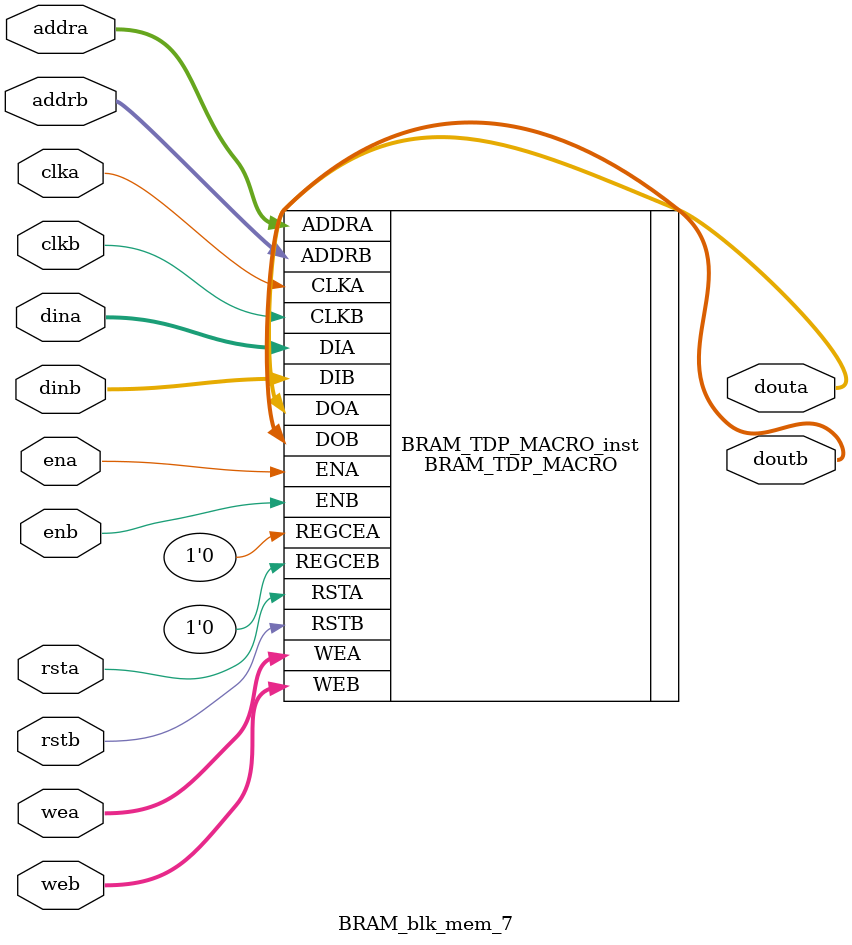
<source format=v>
`timescale 1ns/1ps

module BRAM_blk_mem_7 (
  clka,
  ena,
  wea,
  addra,
  dina,
  douta,
  rsta,
  clkb,
  enb,
  web,
  addrb,
  dinb,
  doutb,
  rstb
);


input wire clka;
input wire clkb;

input wire ena;
input wire enb;

input wire rsta;
input wire rstb;

input wire [1 : 0] wea;
input wire [1 : 0] web;

input wire [9 : 0] addra;
input wire [9 : 0] addrb;

input wire [15 : 0] dina;
input wire [15 : 0] dinb;

output wire [15 : 0] douta;
output wire [15 : 0] doutb;


// BRAM_TDP_MACRO : In order to incorporate this function into the design,
//   Verilog   : the following instance declaration needs to be placed
//  instance   : in the body of the design code.  The instance name
// declaration : (BRAM_TDP_MACRO_inst) and/or the port declarations within the
//    code     : parenthesis may be changed to properly reference and
//             : connect this function to the design.  All inputs
//             : and outputs must be connected.

//  <-----Cut code below this line---->

   // BRAM_TDP_MACRO: True Dual Port RAM
   //                 Virtex-7
   // Xilinx HDL Language Template, version 2016.4
   
   //////////////////////////////////////////////////////////////////////////
   // DATA_WIDTH_A/B | BRAM_SIZE | RAM Depth | ADDRA/B Width | WEA/B Width //
   // ===============|===========|===========|===============|=============//
   //     19-36      |  "36Kb"   |    1024   |    10-bit     |    4-bit    //
   //     10-18      |  "36Kb"   |    2048   |    11-bit     |    2-bit    //
   //     10-18      |  "18Kb"   |    1024   |    10-bit     |    2-bit    //
   //      5-9       |  "36Kb"   |    4096   |    12-bit     |    1-bit    //
   //      5-9       |  "18Kb"   |    2048   |    11-bit     |    1-bit    //
   //      3-4       |  "36Kb"   |    8192   |    13-bit     |    1-bit    //
   //      3-4       |  "18Kb"   |    4096   |    12-bit     |    1-bit    //
   //        2       |  "36Kb"   |   16384   |    14-bit     |    1-bit    //
   //        2       |  "18Kb"   |    8192   |    13-bit     |    1-bit    //
   //        1       |  "36Kb"   |   32768   |    15-bit     |    1-bit    //
   //        1       |  "18Kb"   |   16384   |    14-bit     |    1-bit    //
   //////////////////////////////////////////////////////////////////////////

   BRAM_TDP_MACRO #(
      .BRAM_SIZE("18Kb"), // Target BRAM: "18Kb" or "36Kb" 
      .DEVICE("7SERIES"), // Target device: "7SERIES" 
      .DOA_REG(0),        // Optional port A output register (0 or 1)
      .DOB_REG(0),        // Optional port B output register (0 or 1)
      .INIT_A(36'h00000000),  // Initial values on port A output port
      .INIT_B(36'h00000000), // Initial values on port B output port
      .INIT_FILE ("weight_7.mem"),
      .READ_WIDTH_A (16),   // Valid values are 1-36 (19-36 only valid when BRAM_SIZE="36Kb")
      .READ_WIDTH_B (16),   // Valid values are 1-36 (19-36 only valid when BRAM_SIZE="36Kb")
      .SIM_COLLISION_CHECK ("ALL"), // Collision check enable "ALL", "WARNING_ONLY", 
                                    //   "GENERATE_X_ONLY" or "NONE" 
      .SRVAL_A(36'h00000000), // Set/Reset value for port A output
      .SRVAL_B(36'h00000000), // Set/Reset value for port B output
      .WRITE_MODE_A("WRITE_FIRST"), // "WRITE_FIRST", "READ_FIRST", or "NO_CHANGE" 
      .WRITE_MODE_B("WRITE_FIRST"), // "WRITE_FIRST", "READ_FIRST", or "NO_CHANGE" 
      .WRITE_WIDTH_A(16), // Valid values are 1-36 (19-36 only valid when BRAM_SIZE="36Kb")
      .WRITE_WIDTH_B(16), // Valid values are 1-36 (19-36 only valid when BRAM_SIZE="36Kb")
      .INIT_00(256'h0000000000000000000000000000000000000000000000000000000000000000),
      .INIT_01(256'h0000000000000000000000000000000000000000000000000000000000000000),
      .INIT_02(256'h0000000000000000000000000000000000000000000000000000000000000000),
      .INIT_03(256'h0000000000000000000000000000000000000000000000000000000000000000),
      .INIT_04(256'h0000000000000000000000000000000000000000000000000000000000000000),
      .INIT_05(256'h0000000000000000000000000000000000000000000000000000000000000000),
      .INIT_06(256'h0000000000000000000000000000000000000000000000000000000000000000),
      .INIT_07(256'h0000000000000000000000000000000000000000000000000000000000000000),
      .INIT_08(256'h0000000000000000000000000000000000000000000000000000000000000000),
      .INIT_09(256'h0000000000000000000000000000000000000000000000000000000000000000),
      .INIT_0A(256'h0000000000000000000000000000000000000000000000000000000000000000),
      .INIT_0B(256'h0000000000000000000000000000000000000000000000000000000000000000),
      .INIT_0C(256'h0000000000000000000000000000000000000000000000000000000000000000),
      .INIT_0D(256'h0000000000000000000000000000000000000000000000000000000000000000),
      .INIT_0E(256'h0000000000000000000000000000000000000000000000000000000000000000),
      .INIT_0F(256'h0000000000000000000000000000000000000000000000000000000000000000),
      .INIT_10(256'h0000000000000000000000000000000000000000000000000000000000000000),
      .INIT_11(256'h0000000000000000000000000000000000000000000000000000000000000000),
      .INIT_12(256'h0000000000000000000000000000000000000000000000000000000000000000),
      .INIT_13(256'h0000000000000000000000000000000000000000000000000000000000000000),
      .INIT_14(256'h0000000000000000000000000000000000000000000000000000000000000000),
      .INIT_15(256'h0000000000000000000000000000000000000000000000000000000000000000),
      .INIT_16(256'h0000000000000000000000000000000000000000000000000000000000000000),
      .INIT_17(256'h0000000000000000000000000000000000000000000000000000000000000000),
      .INIT_18(256'h0000000000000000000000000000000000000000000000000000000000000000),
      .INIT_19(256'h0000000000000000000000000000000000000000000000000000000000000000),
      .INIT_1A(256'h0000000000000000000000000000000000000000000000000000000000000000),
      .INIT_1B(256'h0000000000000000000000000000000000000000000000000000000000000000),
      .INIT_1C(256'h0000000000000000000000000000000000000000000000000000000000000000),
      .INIT_1D(256'h0000000000000000000000000000000000000000000000000000000000000000),
      .INIT_1E(256'h0000000000000000000000000000000000000000000000000000000000000000),
      .INIT_1F(256'h0000000000000000000000000000000000000000000000000000000000000000),
      .INIT_20(256'h0000000000000000000000000000000000000000000000000000000000000000),
      .INIT_21(256'h0000000000000000000000000000000000000000000000000000000000000000),
      .INIT_22(256'h0000000000000000000000000000000000000000000000000000000000000000),
      .INIT_23(256'h0000000000000000000000000000000000000000000000000000000000000000),
      .INIT_24(256'h0000000000000000000000000000000000000000000000000000000000000000),
      .INIT_25(256'h0000000000000000000000000000000000000000000000000000000000000000),
      .INIT_26(256'h0000000000000000000000000000000000000000000000000000000000000000),
      .INIT_27(256'h0000000000000000000000000000000000000000000000000000000000000000),
      .INIT_28(256'h0000000000000000000000000000000000000000000000000000000000000000),
      .INIT_29(256'h0000000000000000000000000000000000000000000000000000000000000000),
      .INIT_2A(256'h0000000000000000000000000000000000000000000000000000000000000000),
      .INIT_2B(256'h0000000000000000000000000000000000000000000000000000000000000000),
      .INIT_2C(256'h0000000000000000000000000000000000000000000000000000000000000000),
      .INIT_2D(256'h0000000000000000000000000000000000000000000000000000000000000000),
      .INIT_2E(256'h0000000000000000000000000000000000000000000000000000000000000000),
      .INIT_2F(256'h0000000000000000000000000000000000000000000000000000000000000000),
      .INIT_30(256'h0000000000000000000000000000000000000000000000000000000000000000),
      .INIT_31(256'h0000000000000000000000000000000000000000000000000000000000000000),
      .INIT_32(256'h0000000000000000000000000000000000000000000000000000000000000000),
      .INIT_33(256'h0000000000000000000000000000000000000000000000000000000000000000),
      .INIT_34(256'h0000000000000000000000000000000000000000000000000000000000000000),
      .INIT_35(256'h0000000000000000000000000000000000000000000000000000000000000000),
      .INIT_36(256'h0000000000000000000000000000000000000000000000000000000000000000),
      .INIT_37(256'h0000000000000000000000000000000000000000000000000000000000000000),
      .INIT_38(256'h0000000000000000000000000000000000000000000000000000000000000000),
      .INIT_39(256'h0000000000000000000000000000000000000000000000000000000000000000),
      .INIT_3A(256'h0000000000000000000000000000000000000000000000000000000000000000),
      .INIT_3B(256'h0000000000000000000000000000000000000000000000000000000000000000),
      .INIT_3C(256'h0000000000000000000000000000000000000000000000000000000000000000),
      .INIT_3D(256'h0000000000000000000000000000000000000000000000000000000000000000),
      .INIT_3E(256'h0000000000000000000000000000000000000000000000000000000000000000),
      .INIT_3F(256'h0000000000000000000000000000000000000000000000000000000000000000),
      
      // The next set of INIT_xx are valid when configured as 36Kb
      .INIT_40(256'h0000000000000000000000000000000000000000000000000000000000000000),
      .INIT_41(256'h0000000000000000000000000000000000000000000000000000000000000000),
      .INIT_42(256'h0000000000000000000000000000000000000000000000000000000000000000),
      .INIT_43(256'h0000000000000000000000000000000000000000000000000000000000000000),
      .INIT_44(256'h0000000000000000000000000000000000000000000000000000000000000000),
      .INIT_45(256'h0000000000000000000000000000000000000000000000000000000000000000),
      .INIT_46(256'h0000000000000000000000000000000000000000000000000000000000000000),
      .INIT_47(256'h0000000000000000000000000000000000000000000000000000000000000000),
      .INIT_48(256'h0000000000000000000000000000000000000000000000000000000000000000),
      .INIT_49(256'h0000000000000000000000000000000000000000000000000000000000000000),
      .INIT_4A(256'h0000000000000000000000000000000000000000000000000000000000000000),
      .INIT_4B(256'h0000000000000000000000000000000000000000000000000000000000000000),
      .INIT_4C(256'h0000000000000000000000000000000000000000000000000000000000000000),
      .INIT_4D(256'h0000000000000000000000000000000000000000000000000000000000000000),
      .INIT_4E(256'h0000000000000000000000000000000000000000000000000000000000000000),
      .INIT_4F(256'h0000000000000000000000000000000000000000000000000000000000000000),
      .INIT_50(256'h0000000000000000000000000000000000000000000000000000000000000000),
      .INIT_51(256'h0000000000000000000000000000000000000000000000000000000000000000),
      .INIT_52(256'h0000000000000000000000000000000000000000000000000000000000000000),
      .INIT_53(256'h0000000000000000000000000000000000000000000000000000000000000000),
      .INIT_54(256'h0000000000000000000000000000000000000000000000000000000000000000),
      .INIT_55(256'h0000000000000000000000000000000000000000000000000000000000000000),
      .INIT_56(256'h0000000000000000000000000000000000000000000000000000000000000000),
      .INIT_57(256'h0000000000000000000000000000000000000000000000000000000000000000),
      .INIT_58(256'h0000000000000000000000000000000000000000000000000000000000000000),
      .INIT_59(256'h0000000000000000000000000000000000000000000000000000000000000000),
      .INIT_5A(256'h0000000000000000000000000000000000000000000000000000000000000000),
      .INIT_5B(256'h0000000000000000000000000000000000000000000000000000000000000000),
      .INIT_5C(256'h0000000000000000000000000000000000000000000000000000000000000000),
      .INIT_5D(256'h0000000000000000000000000000000000000000000000000000000000000000),
      .INIT_5E(256'h0000000000000000000000000000000000000000000000000000000000000000),
      .INIT_5F(256'h0000000000000000000000000000000000000000000000000000000000000000),
      .INIT_60(256'h0000000000000000000000000000000000000000000000000000000000000000),
      .INIT_61(256'h0000000000000000000000000000000000000000000000000000000000000000),
      .INIT_62(256'h0000000000000000000000000000000000000000000000000000000000000000),
      .INIT_63(256'h0000000000000000000000000000000000000000000000000000000000000000),
      .INIT_64(256'h0000000000000000000000000000000000000000000000000000000000000000),
      .INIT_65(256'h0000000000000000000000000000000000000000000000000000000000000000),
      .INIT_66(256'h0000000000000000000000000000000000000000000000000000000000000000),
      .INIT_67(256'h0000000000000000000000000000000000000000000000000000000000000000),
      .INIT_68(256'h0000000000000000000000000000000000000000000000000000000000000000),
      .INIT_69(256'h0000000000000000000000000000000000000000000000000000000000000000),
      .INIT_6A(256'h0000000000000000000000000000000000000000000000000000000000000000),
      .INIT_6B(256'h0000000000000000000000000000000000000000000000000000000000000000),
      .INIT_6C(256'h0000000000000000000000000000000000000000000000000000000000000000),
      .INIT_6D(256'h0000000000000000000000000000000000000000000000000000000000000000),
      .INIT_6E(256'h0000000000000000000000000000000000000000000000000000000000000000),
      .INIT_6F(256'h0000000000000000000000000000000000000000000000000000000000000000),
      .INIT_70(256'h0000000000000000000000000000000000000000000000000000000000000000),
      .INIT_71(256'h0000000000000000000000000000000000000000000000000000000000000000),
      .INIT_72(256'h0000000000000000000000000000000000000000000000000000000000000000),
      .INIT_73(256'h0000000000000000000000000000000000000000000000000000000000000000),
      .INIT_74(256'h0000000000000000000000000000000000000000000000000000000000000000),
      .INIT_75(256'h0000000000000000000000000000000000000000000000000000000000000000),
      .INIT_76(256'h0000000000000000000000000000000000000000000000000000000000000000),
      .INIT_77(256'h0000000000000000000000000000000000000000000000000000000000000000),
      .INIT_78(256'h0000000000000000000000000000000000000000000000000000000000000000),
      .INIT_79(256'h0000000000000000000000000000000000000000000000000000000000000000),
      .INIT_7A(256'h0000000000000000000000000000000000000000000000000000000000000000),
      .INIT_7B(256'h0000000000000000000000000000000000000000000000000000000000000000),
      .INIT_7C(256'h0000000000000000000000000000000000000000000000000000000000000000),
      .INIT_7D(256'h0000000000000000000000000000000000000000000000000000000000000000),
      .INIT_7E(256'h0000000000000000000000000000000000000000000000000000000000000000),
      .INIT_7F(256'h0000000000000000000000000000000000000000000000000000000000000000),
     
      // The next set of INITP_xx are for the parity bits
      //.INIT_FF(256'h0000000000000000000000000000000000000000000000000000000000000000),
      .INITP_00(256'h0000000000000000000000000000000000000000000000000000000000000000),
      .INITP_01(256'h0000000000000000000000000000000000000000000000000000000000000000),
      .INITP_02(256'h0000000000000000000000000000000000000000000000000000000000000000),
      .INITP_03(256'h0000000000000000000000000000000000000000000000000000000000000000),
      .INITP_04(256'h0000000000000000000000000000000000000000000000000000000000000000),
      .INITP_05(256'h0000000000000000000000000000000000000000000000000000000000000000),
      .INITP_06(256'h0000000000000000000000000000000000000000000000000000000000000000),
      .INITP_07(256'h0000000000000000000000000000000000000000000000000000000000000000),
      
      // The next set of INITP_xx are valid when configured as 36Kb
      .INITP_08(256'h0000000000000000000000000000000000000000000000000000000000000000),
      .INITP_09(256'h0000000000000000000000000000000000000000000000000000000000000000),
      .INITP_0A(256'h0000000000000000000000000000000000000000000000000000000000000000),
      .INITP_0B(256'h0000000000000000000000000000000000000000000000000000000000000000),
      .INITP_0C(256'h0000000000000000000000000000000000000000000000000000000000000000),
      .INITP_0D(256'h0000000000000000000000000000000000000000000000000000000000000000),
      .INITP_0E(256'h0000000000000000000000000000000000000000000000000000000000000000),
      .INITP_0F(256'h0000000000000000000000000000000000000000000000000000000000000000)
   ) BRAM_TDP_MACRO_inst (
      .DOA(douta),       // Output port-A data, width defined by READ_WIDTH_A parameter
      .DOB(doutb),       // Output port-B data, width defined by READ_WIDTH_B parameter
      .ADDRA(addra),   // Input port-A address, width defined by Port A depth
      .ADDRB(addrb),   // Input port-B address, width defined by Port B depth
      .CLKA(clka),     // 1-bit input port-A clock
      .CLKB(clkb),     // 1-bit input port-B clock
      .DIA(dina),       // Input port-A data, width defined by WRITE_WIDTH_A parameter
      .DIB(dinb),       // Input port-B data, width defined by WRITE_WIDTH_B parameter
      .ENA(ena),       // 1-bit input port-A enable
      .ENB(enb),       // 1-bit input port-B enable
      .REGCEA(1'D0), // 1-bit input port-A output register enable
      .REGCEB(1'D0), // 1-bit input port-B output register enable
      .RSTA(rsta),     // 1-bit input port-A reset
      .RSTB(rstb),     // 1-bit input port-B reset
      .WEA(wea),       // Input port-A write enable, width defined by Port A depth
      .WEB(web)        // Input port-B write enable, width defined by Port B depth
   );

   // End of BRAM_TDP_MACRO_inst instantiation
				
endmodule
</source>
